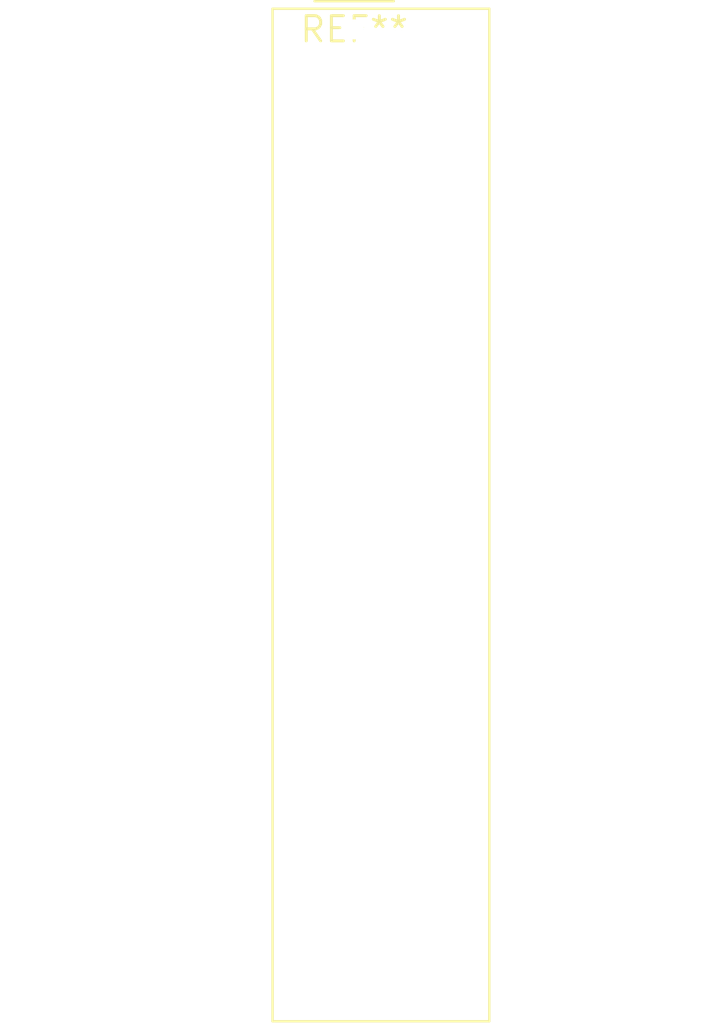
<source format=kicad_pcb>
(kicad_pcb (version 20240108) (generator pcbnew)
  (layers (0 "F.Cu" signal) (31 "B.Cu" signal) (34 "B.Paste" user) (35 "F.Paste" user) (36 "B.SilkS" user "B.Silkscreen") (37 "F.SilkS" user "F.Silkscreen") (38 "B.Mask" user) (39 "F.Mask" user) (44 "Edge.Cuts" user))
  (net 0 "")
  (footprint "Converter_DCDC_MeanWell_NID30_THT" (layer "F.Cu") (at 0 0)
    (property "Reference" "REF**")
    (property "Value" "Converter_DCDC_MeanWell_NID30_THT")
    (fp_line (start -4.12 -1.04) (end 6.82 -1.04) (layer "F.SilkS") (stroke (width 0.12)))
    (fp_line (start -4.12 50) (end -4.12 -1.04) (layer "F.SilkS") (stroke (width 0.12)))
    (fp_line (start -2 -1.42) (end 2 -1.42) (layer "F.SilkS") (stroke (width 0.12)))
    (fp_line (start 6.82 -1.04) (end 6.82 50) (layer "F.SilkS") (stroke (width 0.12)))
    (fp_line (start 6.82 50) (end -4.12 50) (layer "F.SilkS") (stroke (width 0.12)))
    (pad "1" thru_hole rect (at 0 0) (size 3 1.5) (drill 1) (layers *.Cu *.Mask) (remove_unused_layers))
    (pad "2" thru_hole oval (at 0 2.54) (size 3 2) (drill 1) (layers *.Cu *.Mask) (remove_unused_layers))
    (pad "3" thru_hole oval (at 0 5.08) (size 3 2) (drill 1) (layers *.Cu *.Mask) (remove_unused_layers))
    (pad "4" thru_hole oval (at 0 7.62) (size 3 2) (drill 1) (layers *.Cu *.Mask) (remove_unused_layers))
    (pad "5" thru_hole oval (at 0 10.16) (size 3 2) (drill 1) (layers *.Cu *.Mask) (remove_unused_layers))
    (pad "6" thru_hole oval (at 0 35.56) (size 3 2) (drill 1) (layers *.Cu *.Mask) (remove_unused_layers))
    (pad "7" thru_hole oval (at 0 38.1) (size 3 2) (drill 1) (layers *.Cu *.Mask) (remove_unused_layers))
    (pad "8" thru_hole oval (at 0 40.64) (size 3 2) (drill 1) (layers *.Cu *.Mask) (remove_unused_layers))
    (pad "9" thru_hole oval (at 0 43.18) (size 3 2) (drill 1) (layers *.Cu *.Mask) (remove_unused_layers))
    (pad "10" thru_hole oval (at 0 45.72) (size 3 2) (drill 1) (layers *.Cu *.Mask) (remove_unused_layers))
    (pad "11" thru_hole oval (at 0 48.26) (size 3 2) (drill 1) (layers *.Cu *.Mask) (remove_unused_layers))
  )
)
</source>
